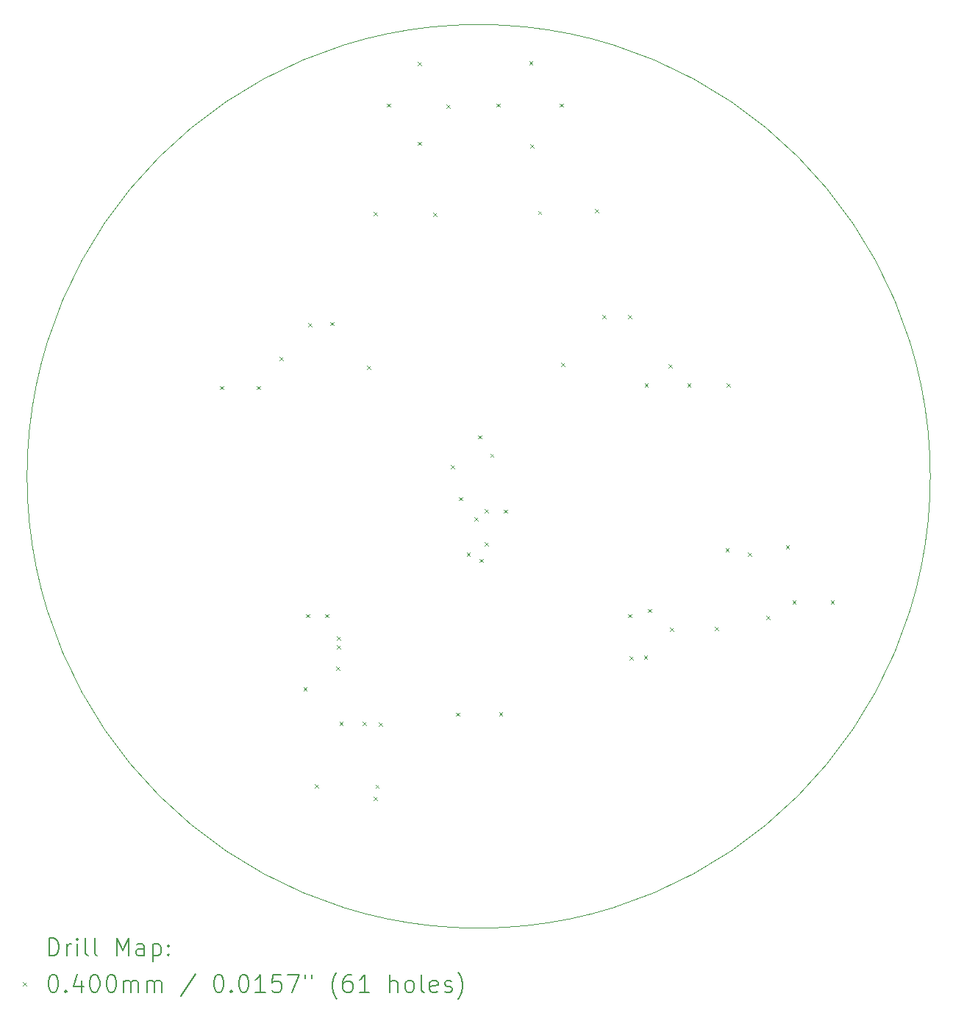
<source format=gbr>
%TF.GenerationSoftware,KiCad,Pcbnew,7.0.9-7.0.9~ubuntu23.04.1*%
%TF.CreationDate,2023-11-29T14:17:20+01:00*%
%TF.ProjectId,maglev cv2,6d61676c-6576-4206-9376-322e6b696361,rev?*%
%TF.SameCoordinates,Original*%
%TF.FileFunction,Drillmap*%
%TF.FilePolarity,Positive*%
%FSLAX45Y45*%
G04 Gerber Fmt 4.5, Leading zero omitted, Abs format (unit mm)*
G04 Created by KiCad (PCBNEW 7.0.9-7.0.9~ubuntu23.04.1) date 2023-11-29 14:17:20*
%MOMM*%
%LPD*%
G01*
G04 APERTURE LIST*
%ADD10C,0.100000*%
%ADD11C,0.200000*%
G04 APERTURE END LIST*
D10*
X19818250Y-9925000D02*
G75*
G03*
X19818250Y-9925000I-5200000J0D01*
G01*
D11*
D10*
X11640000Y-8884040D02*
X11680000Y-8924040D01*
X11680000Y-8884040D02*
X11640000Y-8924040D01*
X12060000Y-8884040D02*
X12100000Y-8924040D01*
X12100000Y-8884040D02*
X12060000Y-8924040D01*
X12326000Y-8550040D02*
X12366000Y-8590040D01*
X12366000Y-8550040D02*
X12326000Y-8590040D01*
X12600000Y-12354040D02*
X12640000Y-12394040D01*
X12640000Y-12354040D02*
X12600000Y-12394040D01*
X12629000Y-11509040D02*
X12669000Y-11549040D01*
X12669000Y-11509040D02*
X12629000Y-11549040D01*
X12654600Y-8163880D02*
X12694600Y-8203880D01*
X12694600Y-8163880D02*
X12654600Y-8203880D01*
X12730800Y-13472480D02*
X12770800Y-13512480D01*
X12770800Y-13472480D02*
X12730800Y-13512480D01*
X12848000Y-11509040D02*
X12888000Y-11549040D01*
X12888000Y-11509040D02*
X12848000Y-11549040D01*
X12908600Y-8148640D02*
X12948600Y-8188640D01*
X12948600Y-8148640D02*
X12908600Y-8188640D01*
X12980000Y-12114040D02*
X13020000Y-12154040D01*
X13020000Y-12114040D02*
X12980000Y-12154040D01*
X12984800Y-11765600D02*
X13024800Y-11805600D01*
X13024800Y-11765600D02*
X12984800Y-11805600D01*
X12984800Y-11867200D02*
X13024800Y-11907200D01*
X13024800Y-11867200D02*
X12984800Y-11907200D01*
X13015280Y-12751120D02*
X13055280Y-12791120D01*
X13055280Y-12751120D02*
X13015280Y-12791120D01*
X13279440Y-12751120D02*
X13319440Y-12791120D01*
X13319440Y-12751120D02*
X13279440Y-12791120D01*
X13334000Y-8654040D02*
X13374000Y-8694040D01*
X13374000Y-8654040D02*
X13334000Y-8694040D01*
X13410000Y-13614040D02*
X13450000Y-13654040D01*
X13450000Y-13614040D02*
X13410000Y-13654040D01*
X13412000Y-6881040D02*
X13452000Y-6921040D01*
X13452000Y-6881040D02*
X13412000Y-6921040D01*
X13430000Y-13474040D02*
X13470000Y-13514040D01*
X13470000Y-13474040D02*
X13430000Y-13514040D01*
X13468000Y-12757040D02*
X13508000Y-12797040D01*
X13508000Y-12757040D02*
X13468000Y-12797040D01*
X13560000Y-5634040D02*
X13600000Y-5674040D01*
X13600000Y-5634040D02*
X13560000Y-5674040D01*
X13920000Y-5154040D02*
X13960000Y-5194040D01*
X13960000Y-5154040D02*
X13920000Y-5194040D01*
X13920000Y-6074040D02*
X13960000Y-6114040D01*
X13960000Y-6074040D02*
X13920000Y-6114040D01*
X14097000Y-6889040D02*
X14137000Y-6929040D01*
X14137000Y-6889040D02*
X14097000Y-6929040D01*
X14250000Y-5644040D02*
X14290000Y-5684040D01*
X14290000Y-5644040D02*
X14250000Y-5684040D01*
X14295440Y-9794560D02*
X14335440Y-9834560D01*
X14335440Y-9794560D02*
X14295440Y-9834560D01*
X14355000Y-12644040D02*
X14395000Y-12684040D01*
X14395000Y-12644040D02*
X14355000Y-12684040D01*
X14390000Y-10164040D02*
X14430000Y-10204040D01*
X14430000Y-10164040D02*
X14390000Y-10204040D01*
X14480000Y-10804040D02*
X14520000Y-10844040D01*
X14520000Y-10804040D02*
X14480000Y-10844040D01*
X14568567Y-10396250D02*
X14608567Y-10436250D01*
X14608567Y-10396250D02*
X14568567Y-10436250D01*
X14609000Y-9451040D02*
X14649000Y-9491040D01*
X14649000Y-9451040D02*
X14609000Y-9491040D01*
X14630000Y-10874040D02*
X14670000Y-10914040D01*
X14670000Y-10874040D02*
X14630000Y-10914040D01*
X14687510Y-10686530D02*
X14727510Y-10726530D01*
X14727510Y-10686530D02*
X14687510Y-10726530D01*
X14689000Y-10301040D02*
X14729000Y-10341040D01*
X14729000Y-10301040D02*
X14689000Y-10341040D01*
X14750000Y-9664040D02*
X14790000Y-9704040D01*
X14790000Y-9664040D02*
X14750000Y-9704040D01*
X14820000Y-5634040D02*
X14860000Y-5674040D01*
X14860000Y-5634040D02*
X14820000Y-5674040D01*
X14852000Y-12638040D02*
X14892000Y-12678040D01*
X14892000Y-12638040D02*
X14852000Y-12678040D01*
X14905040Y-10307040D02*
X14945040Y-10347040D01*
X14945040Y-10307040D02*
X14905040Y-10347040D01*
X15200000Y-5144040D02*
X15240000Y-5184040D01*
X15240000Y-5144040D02*
X15200000Y-5184040D01*
X15210000Y-6104040D02*
X15250000Y-6144040D01*
X15250000Y-6104040D02*
X15210000Y-6144040D01*
X15301000Y-6869040D02*
X15341000Y-6909040D01*
X15341000Y-6869040D02*
X15301000Y-6909040D01*
X15550000Y-5634040D02*
X15590000Y-5674040D01*
X15590000Y-5634040D02*
X15550000Y-5674040D01*
X15568000Y-8621040D02*
X15608000Y-8661040D01*
X15608000Y-8621040D02*
X15568000Y-8661040D01*
X15956000Y-6850040D02*
X15996000Y-6890040D01*
X15996000Y-6850040D02*
X15956000Y-6890040D01*
X16039160Y-8064720D02*
X16079160Y-8104720D01*
X16079160Y-8064720D02*
X16039160Y-8104720D01*
X16338000Y-11510040D02*
X16378000Y-11550040D01*
X16378000Y-11510040D02*
X16338000Y-11550040D01*
X16338880Y-8064720D02*
X16378880Y-8104720D01*
X16378880Y-8064720D02*
X16338880Y-8104720D01*
X16357920Y-11994200D02*
X16397920Y-12034200D01*
X16397920Y-11994200D02*
X16357920Y-12034200D01*
X16520480Y-11989120D02*
X16560480Y-12029120D01*
X16560480Y-11989120D02*
X16520480Y-12029120D01*
X16528000Y-8855040D02*
X16568000Y-8895040D01*
X16568000Y-8855040D02*
X16528000Y-8895040D01*
X16565000Y-11449040D02*
X16605000Y-11489040D01*
X16605000Y-11449040D02*
X16565000Y-11489040D01*
X16806000Y-8634040D02*
X16846000Y-8674040D01*
X16846000Y-8634040D02*
X16806000Y-8674040D01*
X16820200Y-11669080D02*
X16860200Y-11709080D01*
X16860200Y-11669080D02*
X16820200Y-11709080D01*
X17020000Y-8854040D02*
X17060000Y-8894040D01*
X17060000Y-8854040D02*
X17020000Y-8894040D01*
X17338360Y-11658920D02*
X17378360Y-11698920D01*
X17378360Y-11658920D02*
X17338360Y-11698920D01*
X17460280Y-10749600D02*
X17500280Y-10789600D01*
X17500280Y-10749600D02*
X17460280Y-10789600D01*
X17470000Y-8854040D02*
X17510000Y-8894040D01*
X17510000Y-8854040D02*
X17470000Y-8894040D01*
X17719360Y-10801900D02*
X17759360Y-10841900D01*
X17759360Y-10801900D02*
X17719360Y-10841900D01*
X17931000Y-11530040D02*
X17971000Y-11570040D01*
X17971000Y-11530040D02*
X17931000Y-11570040D01*
X18154000Y-10719040D02*
X18194000Y-10759040D01*
X18194000Y-10719040D02*
X18154000Y-10759040D01*
X18230000Y-11354040D02*
X18270000Y-11394040D01*
X18270000Y-11354040D02*
X18230000Y-11394040D01*
X18670000Y-11354040D02*
X18710000Y-11394040D01*
X18710000Y-11354040D02*
X18670000Y-11394040D01*
D11*
X9674027Y-15441484D02*
X9674027Y-15241484D01*
X9674027Y-15241484D02*
X9721646Y-15241484D01*
X9721646Y-15241484D02*
X9750217Y-15251008D01*
X9750217Y-15251008D02*
X9769265Y-15270055D01*
X9769265Y-15270055D02*
X9778789Y-15289103D01*
X9778789Y-15289103D02*
X9788313Y-15327198D01*
X9788313Y-15327198D02*
X9788313Y-15355769D01*
X9788313Y-15355769D02*
X9778789Y-15393865D01*
X9778789Y-15393865D02*
X9769265Y-15412912D01*
X9769265Y-15412912D02*
X9750217Y-15431960D01*
X9750217Y-15431960D02*
X9721646Y-15441484D01*
X9721646Y-15441484D02*
X9674027Y-15441484D01*
X9874027Y-15441484D02*
X9874027Y-15308150D01*
X9874027Y-15346246D02*
X9883551Y-15327198D01*
X9883551Y-15327198D02*
X9893074Y-15317674D01*
X9893074Y-15317674D02*
X9912122Y-15308150D01*
X9912122Y-15308150D02*
X9931170Y-15308150D01*
X9997836Y-15441484D02*
X9997836Y-15308150D01*
X9997836Y-15241484D02*
X9988313Y-15251008D01*
X9988313Y-15251008D02*
X9997836Y-15260531D01*
X9997836Y-15260531D02*
X10007360Y-15251008D01*
X10007360Y-15251008D02*
X9997836Y-15241484D01*
X9997836Y-15241484D02*
X9997836Y-15260531D01*
X10121646Y-15441484D02*
X10102598Y-15431960D01*
X10102598Y-15431960D02*
X10093074Y-15412912D01*
X10093074Y-15412912D02*
X10093074Y-15241484D01*
X10226408Y-15441484D02*
X10207360Y-15431960D01*
X10207360Y-15431960D02*
X10197836Y-15412912D01*
X10197836Y-15412912D02*
X10197836Y-15241484D01*
X10454979Y-15441484D02*
X10454979Y-15241484D01*
X10454979Y-15241484D02*
X10521646Y-15384341D01*
X10521646Y-15384341D02*
X10588313Y-15241484D01*
X10588313Y-15241484D02*
X10588313Y-15441484D01*
X10769265Y-15441484D02*
X10769265Y-15336722D01*
X10769265Y-15336722D02*
X10759741Y-15317674D01*
X10759741Y-15317674D02*
X10740694Y-15308150D01*
X10740694Y-15308150D02*
X10702598Y-15308150D01*
X10702598Y-15308150D02*
X10683551Y-15317674D01*
X10769265Y-15431960D02*
X10750217Y-15441484D01*
X10750217Y-15441484D02*
X10702598Y-15441484D01*
X10702598Y-15441484D02*
X10683551Y-15431960D01*
X10683551Y-15431960D02*
X10674027Y-15412912D01*
X10674027Y-15412912D02*
X10674027Y-15393865D01*
X10674027Y-15393865D02*
X10683551Y-15374817D01*
X10683551Y-15374817D02*
X10702598Y-15365293D01*
X10702598Y-15365293D02*
X10750217Y-15365293D01*
X10750217Y-15365293D02*
X10769265Y-15355769D01*
X10864503Y-15308150D02*
X10864503Y-15508150D01*
X10864503Y-15317674D02*
X10883551Y-15308150D01*
X10883551Y-15308150D02*
X10921646Y-15308150D01*
X10921646Y-15308150D02*
X10940694Y-15317674D01*
X10940694Y-15317674D02*
X10950217Y-15327198D01*
X10950217Y-15327198D02*
X10959741Y-15346246D01*
X10959741Y-15346246D02*
X10959741Y-15403388D01*
X10959741Y-15403388D02*
X10950217Y-15422436D01*
X10950217Y-15422436D02*
X10940694Y-15431960D01*
X10940694Y-15431960D02*
X10921646Y-15441484D01*
X10921646Y-15441484D02*
X10883551Y-15441484D01*
X10883551Y-15441484D02*
X10864503Y-15431960D01*
X11045455Y-15422436D02*
X11054979Y-15431960D01*
X11054979Y-15431960D02*
X11045455Y-15441484D01*
X11045455Y-15441484D02*
X11035932Y-15431960D01*
X11035932Y-15431960D02*
X11045455Y-15422436D01*
X11045455Y-15422436D02*
X11045455Y-15441484D01*
X11045455Y-15317674D02*
X11054979Y-15327198D01*
X11054979Y-15327198D02*
X11045455Y-15336722D01*
X11045455Y-15336722D02*
X11035932Y-15327198D01*
X11035932Y-15327198D02*
X11045455Y-15317674D01*
X11045455Y-15317674D02*
X11045455Y-15336722D01*
D10*
X9373250Y-15750000D02*
X9413250Y-15790000D01*
X9413250Y-15750000D02*
X9373250Y-15790000D01*
D11*
X9712122Y-15661484D02*
X9731170Y-15661484D01*
X9731170Y-15661484D02*
X9750217Y-15671008D01*
X9750217Y-15671008D02*
X9759741Y-15680531D01*
X9759741Y-15680531D02*
X9769265Y-15699579D01*
X9769265Y-15699579D02*
X9778789Y-15737674D01*
X9778789Y-15737674D02*
X9778789Y-15785293D01*
X9778789Y-15785293D02*
X9769265Y-15823388D01*
X9769265Y-15823388D02*
X9759741Y-15842436D01*
X9759741Y-15842436D02*
X9750217Y-15851960D01*
X9750217Y-15851960D02*
X9731170Y-15861484D01*
X9731170Y-15861484D02*
X9712122Y-15861484D01*
X9712122Y-15861484D02*
X9693074Y-15851960D01*
X9693074Y-15851960D02*
X9683551Y-15842436D01*
X9683551Y-15842436D02*
X9674027Y-15823388D01*
X9674027Y-15823388D02*
X9664503Y-15785293D01*
X9664503Y-15785293D02*
X9664503Y-15737674D01*
X9664503Y-15737674D02*
X9674027Y-15699579D01*
X9674027Y-15699579D02*
X9683551Y-15680531D01*
X9683551Y-15680531D02*
X9693074Y-15671008D01*
X9693074Y-15671008D02*
X9712122Y-15661484D01*
X9864503Y-15842436D02*
X9874027Y-15851960D01*
X9874027Y-15851960D02*
X9864503Y-15861484D01*
X9864503Y-15861484D02*
X9854979Y-15851960D01*
X9854979Y-15851960D02*
X9864503Y-15842436D01*
X9864503Y-15842436D02*
X9864503Y-15861484D01*
X10045455Y-15728150D02*
X10045455Y-15861484D01*
X9997836Y-15651960D02*
X9950217Y-15794817D01*
X9950217Y-15794817D02*
X10074027Y-15794817D01*
X10188313Y-15661484D02*
X10207360Y-15661484D01*
X10207360Y-15661484D02*
X10226408Y-15671008D01*
X10226408Y-15671008D02*
X10235932Y-15680531D01*
X10235932Y-15680531D02*
X10245455Y-15699579D01*
X10245455Y-15699579D02*
X10254979Y-15737674D01*
X10254979Y-15737674D02*
X10254979Y-15785293D01*
X10254979Y-15785293D02*
X10245455Y-15823388D01*
X10245455Y-15823388D02*
X10235932Y-15842436D01*
X10235932Y-15842436D02*
X10226408Y-15851960D01*
X10226408Y-15851960D02*
X10207360Y-15861484D01*
X10207360Y-15861484D02*
X10188313Y-15861484D01*
X10188313Y-15861484D02*
X10169265Y-15851960D01*
X10169265Y-15851960D02*
X10159741Y-15842436D01*
X10159741Y-15842436D02*
X10150217Y-15823388D01*
X10150217Y-15823388D02*
X10140694Y-15785293D01*
X10140694Y-15785293D02*
X10140694Y-15737674D01*
X10140694Y-15737674D02*
X10150217Y-15699579D01*
X10150217Y-15699579D02*
X10159741Y-15680531D01*
X10159741Y-15680531D02*
X10169265Y-15671008D01*
X10169265Y-15671008D02*
X10188313Y-15661484D01*
X10378789Y-15661484D02*
X10397836Y-15661484D01*
X10397836Y-15661484D02*
X10416884Y-15671008D01*
X10416884Y-15671008D02*
X10426408Y-15680531D01*
X10426408Y-15680531D02*
X10435932Y-15699579D01*
X10435932Y-15699579D02*
X10445455Y-15737674D01*
X10445455Y-15737674D02*
X10445455Y-15785293D01*
X10445455Y-15785293D02*
X10435932Y-15823388D01*
X10435932Y-15823388D02*
X10426408Y-15842436D01*
X10426408Y-15842436D02*
X10416884Y-15851960D01*
X10416884Y-15851960D02*
X10397836Y-15861484D01*
X10397836Y-15861484D02*
X10378789Y-15861484D01*
X10378789Y-15861484D02*
X10359741Y-15851960D01*
X10359741Y-15851960D02*
X10350217Y-15842436D01*
X10350217Y-15842436D02*
X10340694Y-15823388D01*
X10340694Y-15823388D02*
X10331170Y-15785293D01*
X10331170Y-15785293D02*
X10331170Y-15737674D01*
X10331170Y-15737674D02*
X10340694Y-15699579D01*
X10340694Y-15699579D02*
X10350217Y-15680531D01*
X10350217Y-15680531D02*
X10359741Y-15671008D01*
X10359741Y-15671008D02*
X10378789Y-15661484D01*
X10531170Y-15861484D02*
X10531170Y-15728150D01*
X10531170Y-15747198D02*
X10540694Y-15737674D01*
X10540694Y-15737674D02*
X10559741Y-15728150D01*
X10559741Y-15728150D02*
X10588313Y-15728150D01*
X10588313Y-15728150D02*
X10607360Y-15737674D01*
X10607360Y-15737674D02*
X10616884Y-15756722D01*
X10616884Y-15756722D02*
X10616884Y-15861484D01*
X10616884Y-15756722D02*
X10626408Y-15737674D01*
X10626408Y-15737674D02*
X10645455Y-15728150D01*
X10645455Y-15728150D02*
X10674027Y-15728150D01*
X10674027Y-15728150D02*
X10693075Y-15737674D01*
X10693075Y-15737674D02*
X10702598Y-15756722D01*
X10702598Y-15756722D02*
X10702598Y-15861484D01*
X10797836Y-15861484D02*
X10797836Y-15728150D01*
X10797836Y-15747198D02*
X10807360Y-15737674D01*
X10807360Y-15737674D02*
X10826408Y-15728150D01*
X10826408Y-15728150D02*
X10854979Y-15728150D01*
X10854979Y-15728150D02*
X10874027Y-15737674D01*
X10874027Y-15737674D02*
X10883551Y-15756722D01*
X10883551Y-15756722D02*
X10883551Y-15861484D01*
X10883551Y-15756722D02*
X10893075Y-15737674D01*
X10893075Y-15737674D02*
X10912122Y-15728150D01*
X10912122Y-15728150D02*
X10940694Y-15728150D01*
X10940694Y-15728150D02*
X10959741Y-15737674D01*
X10959741Y-15737674D02*
X10969265Y-15756722D01*
X10969265Y-15756722D02*
X10969265Y-15861484D01*
X11359741Y-15651960D02*
X11188313Y-15909103D01*
X11616884Y-15661484D02*
X11635932Y-15661484D01*
X11635932Y-15661484D02*
X11654979Y-15671008D01*
X11654979Y-15671008D02*
X11664503Y-15680531D01*
X11664503Y-15680531D02*
X11674027Y-15699579D01*
X11674027Y-15699579D02*
X11683551Y-15737674D01*
X11683551Y-15737674D02*
X11683551Y-15785293D01*
X11683551Y-15785293D02*
X11674027Y-15823388D01*
X11674027Y-15823388D02*
X11664503Y-15842436D01*
X11664503Y-15842436D02*
X11654979Y-15851960D01*
X11654979Y-15851960D02*
X11635932Y-15861484D01*
X11635932Y-15861484D02*
X11616884Y-15861484D01*
X11616884Y-15861484D02*
X11597836Y-15851960D01*
X11597836Y-15851960D02*
X11588313Y-15842436D01*
X11588313Y-15842436D02*
X11578789Y-15823388D01*
X11578789Y-15823388D02*
X11569265Y-15785293D01*
X11569265Y-15785293D02*
X11569265Y-15737674D01*
X11569265Y-15737674D02*
X11578789Y-15699579D01*
X11578789Y-15699579D02*
X11588313Y-15680531D01*
X11588313Y-15680531D02*
X11597836Y-15671008D01*
X11597836Y-15671008D02*
X11616884Y-15661484D01*
X11769265Y-15842436D02*
X11778789Y-15851960D01*
X11778789Y-15851960D02*
X11769265Y-15861484D01*
X11769265Y-15861484D02*
X11759741Y-15851960D01*
X11759741Y-15851960D02*
X11769265Y-15842436D01*
X11769265Y-15842436D02*
X11769265Y-15861484D01*
X11902598Y-15661484D02*
X11921646Y-15661484D01*
X11921646Y-15661484D02*
X11940694Y-15671008D01*
X11940694Y-15671008D02*
X11950217Y-15680531D01*
X11950217Y-15680531D02*
X11959741Y-15699579D01*
X11959741Y-15699579D02*
X11969265Y-15737674D01*
X11969265Y-15737674D02*
X11969265Y-15785293D01*
X11969265Y-15785293D02*
X11959741Y-15823388D01*
X11959741Y-15823388D02*
X11950217Y-15842436D01*
X11950217Y-15842436D02*
X11940694Y-15851960D01*
X11940694Y-15851960D02*
X11921646Y-15861484D01*
X11921646Y-15861484D02*
X11902598Y-15861484D01*
X11902598Y-15861484D02*
X11883551Y-15851960D01*
X11883551Y-15851960D02*
X11874027Y-15842436D01*
X11874027Y-15842436D02*
X11864503Y-15823388D01*
X11864503Y-15823388D02*
X11854979Y-15785293D01*
X11854979Y-15785293D02*
X11854979Y-15737674D01*
X11854979Y-15737674D02*
X11864503Y-15699579D01*
X11864503Y-15699579D02*
X11874027Y-15680531D01*
X11874027Y-15680531D02*
X11883551Y-15671008D01*
X11883551Y-15671008D02*
X11902598Y-15661484D01*
X12159741Y-15861484D02*
X12045456Y-15861484D01*
X12102598Y-15861484D02*
X12102598Y-15661484D01*
X12102598Y-15661484D02*
X12083551Y-15690055D01*
X12083551Y-15690055D02*
X12064503Y-15709103D01*
X12064503Y-15709103D02*
X12045456Y-15718627D01*
X12340694Y-15661484D02*
X12245456Y-15661484D01*
X12245456Y-15661484D02*
X12235932Y-15756722D01*
X12235932Y-15756722D02*
X12245456Y-15747198D01*
X12245456Y-15747198D02*
X12264503Y-15737674D01*
X12264503Y-15737674D02*
X12312122Y-15737674D01*
X12312122Y-15737674D02*
X12331170Y-15747198D01*
X12331170Y-15747198D02*
X12340694Y-15756722D01*
X12340694Y-15756722D02*
X12350217Y-15775769D01*
X12350217Y-15775769D02*
X12350217Y-15823388D01*
X12350217Y-15823388D02*
X12340694Y-15842436D01*
X12340694Y-15842436D02*
X12331170Y-15851960D01*
X12331170Y-15851960D02*
X12312122Y-15861484D01*
X12312122Y-15861484D02*
X12264503Y-15861484D01*
X12264503Y-15861484D02*
X12245456Y-15851960D01*
X12245456Y-15851960D02*
X12235932Y-15842436D01*
X12416884Y-15661484D02*
X12550217Y-15661484D01*
X12550217Y-15661484D02*
X12464503Y-15861484D01*
X12616884Y-15661484D02*
X12616884Y-15699579D01*
X12693075Y-15661484D02*
X12693075Y-15699579D01*
X12988313Y-15937674D02*
X12978789Y-15928150D01*
X12978789Y-15928150D02*
X12959741Y-15899579D01*
X12959741Y-15899579D02*
X12950218Y-15880531D01*
X12950218Y-15880531D02*
X12940694Y-15851960D01*
X12940694Y-15851960D02*
X12931170Y-15804341D01*
X12931170Y-15804341D02*
X12931170Y-15766246D01*
X12931170Y-15766246D02*
X12940694Y-15718627D01*
X12940694Y-15718627D02*
X12950218Y-15690055D01*
X12950218Y-15690055D02*
X12959741Y-15671008D01*
X12959741Y-15671008D02*
X12978789Y-15642436D01*
X12978789Y-15642436D02*
X12988313Y-15632912D01*
X13150218Y-15661484D02*
X13112122Y-15661484D01*
X13112122Y-15661484D02*
X13093075Y-15671008D01*
X13093075Y-15671008D02*
X13083551Y-15680531D01*
X13083551Y-15680531D02*
X13064503Y-15709103D01*
X13064503Y-15709103D02*
X13054979Y-15747198D01*
X13054979Y-15747198D02*
X13054979Y-15823388D01*
X13054979Y-15823388D02*
X13064503Y-15842436D01*
X13064503Y-15842436D02*
X13074027Y-15851960D01*
X13074027Y-15851960D02*
X13093075Y-15861484D01*
X13093075Y-15861484D02*
X13131170Y-15861484D01*
X13131170Y-15861484D02*
X13150218Y-15851960D01*
X13150218Y-15851960D02*
X13159741Y-15842436D01*
X13159741Y-15842436D02*
X13169265Y-15823388D01*
X13169265Y-15823388D02*
X13169265Y-15775769D01*
X13169265Y-15775769D02*
X13159741Y-15756722D01*
X13159741Y-15756722D02*
X13150218Y-15747198D01*
X13150218Y-15747198D02*
X13131170Y-15737674D01*
X13131170Y-15737674D02*
X13093075Y-15737674D01*
X13093075Y-15737674D02*
X13074027Y-15747198D01*
X13074027Y-15747198D02*
X13064503Y-15756722D01*
X13064503Y-15756722D02*
X13054979Y-15775769D01*
X13359741Y-15861484D02*
X13245456Y-15861484D01*
X13302598Y-15861484D02*
X13302598Y-15661484D01*
X13302598Y-15661484D02*
X13283551Y-15690055D01*
X13283551Y-15690055D02*
X13264503Y-15709103D01*
X13264503Y-15709103D02*
X13245456Y-15718627D01*
X13597837Y-15861484D02*
X13597837Y-15661484D01*
X13683551Y-15861484D02*
X13683551Y-15756722D01*
X13683551Y-15756722D02*
X13674027Y-15737674D01*
X13674027Y-15737674D02*
X13654980Y-15728150D01*
X13654980Y-15728150D02*
X13626408Y-15728150D01*
X13626408Y-15728150D02*
X13607360Y-15737674D01*
X13607360Y-15737674D02*
X13597837Y-15747198D01*
X13807360Y-15861484D02*
X13788313Y-15851960D01*
X13788313Y-15851960D02*
X13778789Y-15842436D01*
X13778789Y-15842436D02*
X13769265Y-15823388D01*
X13769265Y-15823388D02*
X13769265Y-15766246D01*
X13769265Y-15766246D02*
X13778789Y-15747198D01*
X13778789Y-15747198D02*
X13788313Y-15737674D01*
X13788313Y-15737674D02*
X13807360Y-15728150D01*
X13807360Y-15728150D02*
X13835932Y-15728150D01*
X13835932Y-15728150D02*
X13854980Y-15737674D01*
X13854980Y-15737674D02*
X13864503Y-15747198D01*
X13864503Y-15747198D02*
X13874027Y-15766246D01*
X13874027Y-15766246D02*
X13874027Y-15823388D01*
X13874027Y-15823388D02*
X13864503Y-15842436D01*
X13864503Y-15842436D02*
X13854980Y-15851960D01*
X13854980Y-15851960D02*
X13835932Y-15861484D01*
X13835932Y-15861484D02*
X13807360Y-15861484D01*
X13988313Y-15861484D02*
X13969265Y-15851960D01*
X13969265Y-15851960D02*
X13959741Y-15832912D01*
X13959741Y-15832912D02*
X13959741Y-15661484D01*
X14140694Y-15851960D02*
X14121646Y-15861484D01*
X14121646Y-15861484D02*
X14083551Y-15861484D01*
X14083551Y-15861484D02*
X14064503Y-15851960D01*
X14064503Y-15851960D02*
X14054980Y-15832912D01*
X14054980Y-15832912D02*
X14054980Y-15756722D01*
X14054980Y-15756722D02*
X14064503Y-15737674D01*
X14064503Y-15737674D02*
X14083551Y-15728150D01*
X14083551Y-15728150D02*
X14121646Y-15728150D01*
X14121646Y-15728150D02*
X14140694Y-15737674D01*
X14140694Y-15737674D02*
X14150218Y-15756722D01*
X14150218Y-15756722D02*
X14150218Y-15775769D01*
X14150218Y-15775769D02*
X14054980Y-15794817D01*
X14226408Y-15851960D02*
X14245456Y-15861484D01*
X14245456Y-15861484D02*
X14283551Y-15861484D01*
X14283551Y-15861484D02*
X14302599Y-15851960D01*
X14302599Y-15851960D02*
X14312122Y-15832912D01*
X14312122Y-15832912D02*
X14312122Y-15823388D01*
X14312122Y-15823388D02*
X14302599Y-15804341D01*
X14302599Y-15804341D02*
X14283551Y-15794817D01*
X14283551Y-15794817D02*
X14254980Y-15794817D01*
X14254980Y-15794817D02*
X14235932Y-15785293D01*
X14235932Y-15785293D02*
X14226408Y-15766246D01*
X14226408Y-15766246D02*
X14226408Y-15756722D01*
X14226408Y-15756722D02*
X14235932Y-15737674D01*
X14235932Y-15737674D02*
X14254980Y-15728150D01*
X14254980Y-15728150D02*
X14283551Y-15728150D01*
X14283551Y-15728150D02*
X14302599Y-15737674D01*
X14378789Y-15937674D02*
X14388313Y-15928150D01*
X14388313Y-15928150D02*
X14407361Y-15899579D01*
X14407361Y-15899579D02*
X14416884Y-15880531D01*
X14416884Y-15880531D02*
X14426408Y-15851960D01*
X14426408Y-15851960D02*
X14435932Y-15804341D01*
X14435932Y-15804341D02*
X14435932Y-15766246D01*
X14435932Y-15766246D02*
X14426408Y-15718627D01*
X14426408Y-15718627D02*
X14416884Y-15690055D01*
X14416884Y-15690055D02*
X14407361Y-15671008D01*
X14407361Y-15671008D02*
X14388313Y-15642436D01*
X14388313Y-15642436D02*
X14378789Y-15632912D01*
M02*

</source>
